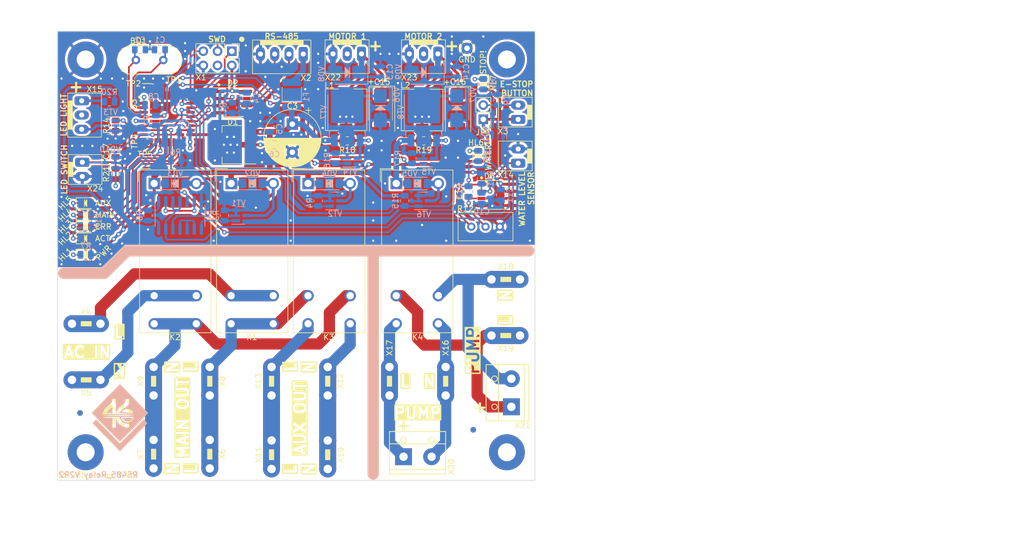
<source format=kicad_pcb>
(kicad_pcb
	(version 20240108)
	(generator "pcbnew")
	(generator_version "8.0")
	(general
		(thickness 1.6)
		(legacy_teardrops no)
	)
	(paper "A4")
	(title_block
		(title "RS485_Relay V2 module")
		(rev "2")
		(company "ООО \"Экросхим\"")
		(comment 1 "Anton Mukhin")
	)
	(layers
		(0 "F.Cu" signal)
		(31 "B.Cu" signal)
		(32 "B.Adhes" user "B.Adhesive")
		(33 "F.Adhes" user "F.Adhesive")
		(34 "B.Paste" user)
		(35 "F.Paste" user)
		(36 "B.SilkS" user "B.Silkscreen")
		(37 "F.SilkS" user "F.Silkscreen")
		(38 "B.Mask" user)
		(39 "F.Mask" user)
		(40 "Dwgs.User" user "User.Drawings")
		(41 "Cmts.User" user "User.Comments")
		(42 "Eco1.User" user "User.Eco1")
		(43 "Eco2.User" user "User.Eco2")
		(44 "Edge.Cuts" user)
		(45 "Margin" user)
		(46 "B.CrtYd" user "B.Courtyard")
		(47 "F.CrtYd" user "F.Courtyard")
		(48 "B.Fab" user)
		(49 "F.Fab" user)
		(50 "User.1" user)
		(51 "User.2" user)
		(52 "User.3" user)
		(53 "User.4" user)
		(54 "User.5" user)
		(55 "User.6" user)
		(56 "User.7" user)
		(57 "User.8" user)
		(58 "User.9" user)
	)
	(setup
		(pad_to_mask_clearance 0)
		(allow_soldermask_bridges_in_footprints no)
		(aux_axis_origin 40 110)
		(grid_origin 40 110)
		(pcbplotparams
			(layerselection 0x00010fc_ffffffff)
			(plot_on_all_layers_selection 0x0000000_00000000)
			(disableapertmacros no)
			(usegerberextensions no)
			(usegerberattributes no)
			(usegerberadvancedattributes no)
			(creategerberjobfile no)
			(dashed_line_dash_ratio 12.000000)
			(dashed_line_gap_ratio 3.000000)
			(svgprecision 4)
			(plotframeref no)
			(viasonmask no)
			(mode 1)
			(useauxorigin yes)
			(hpglpennumber 1)
			(hpglpenspeed 20)
			(hpglpendiameter 15.000000)
			(pdf_front_fp_property_popups yes)
			(pdf_back_fp_property_popups yes)
			(dxfpolygonmode yes)
			(dxfimperialunits yes)
			(dxfusepcbnewfont yes)
			(psnegative no)
			(psa4output no)
			(plotreference yes)
			(plotvalue no)
			(plotfptext yes)
			(plotinvisibletext no)
			(sketchpadsonfab no)
			(subtractmaskfromsilk yes)
			(outputformat 1)
			(mirror no)
			(drillshape 0)
			(scaleselection 1)
			(outputdirectory "gerbers/V2R2/")
		)
	)
	(net 0 "")
	(net 1 "Net-(D3-PF1)")
	(net 2 "Net-(D3-PF0)")
	(net 3 "GND")
	(net 4 "+12V")
	(net 5 "+3V3")
	(net 6 "E_STOP")
	(net 7 "Net-(D5A--)")
	(net 8 "Net-(D5A-+)")
	(net 9 "WATER")
	(net 10 "Net-(VD8-K)")
	(net 11 "Net-(VD9-K)")
	(net 12 "LIGHTS_SW")
	(net 13 "U1_RX")
	(net 14 "TXEN")
	(net 15 "U1_TX")
	(net 16 "Net-(D2-A)")
	(net 17 "Net-(D2-B)")
	(net 18 "RESET")
	(net 19 "Net-(D3-PA2)")
	(net 20 "Net-(D3-PA3)")
	(net 21 "LIGHTS")
	(net 22 "RL_EN")
	(net 23 "LED_AUX")
	(net 24 "LED_MAIN")
	(net 25 "LED_ERR")
	(net 26 "LED_ACT")
	(net 27 "unconnected-(D3-PA12-Pad22)")
	(net 28 "SWDIO")
	(net 29 "SWCLK")
	(net 30 "RL_AUX")
	(net 31 "RL_MAIN_uC")
	(net 32 "MOTOR1")
	(net 33 "MOTOR2")
	(net 34 "Net-(D3-PB6)")
	(net 35 "Net-(D3-PB7)")
	(net 36 "Net-(D4A-B)")
	(net 37 "LED_STOP")
	(net 38 "Net-(D4C-A)")
	(net 39 "RL_MAIN")
	(net 40 "Net-(X2-Pin_1)")
	(net 41 "unconnected-(H1-Pad1)")
	(net 42 "unconnected-(H2-Pad1)")
	(net 43 "unconnected-(H3-Pad1)")
	(net 44 "Net-(HL1-K)")
	(net 45 "Net-(HL2-K)")
	(net 46 "Net-(HL3-K)")
	(net 47 "Net-(HL4-K)")
	(net 48 "Net-(HL5-K)")
	(net 49 "Net-(HL6-K)")
	(net 50 "Net-(HL7-K)")
	(net 51 "/L_IN")
	(net 52 "/L_MAIN")
	(net 53 "Net-(VD2-A)")
	(net 54 "/N_IN")
	(net 55 "/N_MAIN")
	(net 56 "/L_AUX")
	(net 57 "/N_AUX")
	(net 58 "Net-(VD4-A)")
	(net 59 "Net-(X18-Pin_1)")
	(net 60 "Net-(X17-Pin_1)")
	(net 61 "Net-(X19-Pin_1)")
	(net 62 "Net-(X16-Pin_1)")
	(net 63 "Net-(VD5-A)")
	(net 64 "Net-(VD6-K)")
	(net 65 "Net-(VD7-K)")
	(net 66 "Net-(VT4-D)")
	(net 67 "Net-(VT5-D)")
	(net 68 "Net-(X15-Pin_1)")
	(net 69 "Net-(VT3-D)")
	(net 70 "unconnected-(X1-Pin_4-Pad4)")
	(net 71 "unconnected-(X15-Pin_2-Pad2)")
	(net 72 "unconnected-(X22-Pin_2-Pad2)")
	(net 73 "unconnected-(X23-Pin_2-Pad2)")
	(footprint "Package_SO:SOIC-8_3.9x4.9mm_P1.27mm" (layer "F.Cu") (at 71.2 42.599998))
	(footprint "Relay_THT:Relay_SPST_Omron_G2RL-1A-E" (layer "F.Cu") (at 57.2 57.1))
	(footprint "Ecohim:Connector_TAB_6.35mm" (layer "F.Cu") (at 57.1 92.34 90))
	(footprint "Capacitor_SMD:C_0805_2012Metric" (layer "F.Cu") (at 113.175 58.535 90))
	(footprint "LED_SMD:LED_0805_2012Metric" (layer "F.Cu") (at 45.000001 62.7))
	(footprint "Ecohim:TestPoint_Pad_D0.8mm_no_circle" (layer "F.Cu") (at 59.100001 39.6 180))
	(footprint "Ecohim:DS1070-3_WF-3_CONNFLY" (layer "F.Cu") (at 89.034999 34))
	(footprint "LED_SMD:LED_0805_2012Metric" (layer "F.Cu") (at 45 60.600001))
	(footprint "Resistor_SMD:R_0805_2012Metric" (layer "F.Cu") (at 50.3375 55.4 90))
	(footprint "Ecohim:Connector_TAB_6.35mm" (layer "F.Cu") (at 88.1 92.34 90))
	(footprint "LED_SMD:LED_0805_2012Metric" (layer "F.Cu") (at 45.000001 66.9))
	(footprint "Capacitor_SMD:C_0805_2012Metric" (layer "F.Cu") (at 50.3375 51.4 90))
	(footprint "Ecohim:Connector_TAB_6.35mm" (layer "F.Cu") (at 78.1 105.44 90))
	(footprint "Ecohim:TestPoint_Pad_D0.8mm_no_circle" (layer "F.Cu") (at 54.7 49.6 180))
	(footprint "Ecohim:Connector_TAB_6.35mm" (layer "F.Cu") (at 88.1 105.44 90))
	(footprint "Ecohim:Connector_TAB_6.35mm" (layer "F.Cu") (at 67.1 92.34 90))
	(footprint "Ecohim:Connector_TAB_6.35mm" (layer "F.Cu") (at 109.1 92.339999 -90))
	(footprint "Ecohim:TerminalBlock_KLS2-301-5.00-02P" (layer "F.Cu") (at 120.8 94.4 90))
	(footprint "Relay_THT:Relay_DPST_Omron_G2RL-2A" (layer "F.Cu") (at 100.3 57.1))
	(footprint "Ecohim:TestPoint_Pad_D0.8mm_no_circle" (layer "F.Cu") (at 57.8 39.6 180))
	(footprint "Connector_PinHeader_2.54mm:PinHeader_2x03_P2.54mm_Vertical" (layer "F.Cu") (at 71.025 33.525 -90))
	(footprint "MountingHole:MountingHole_3.2mm_M3_Pad" (layer "F.Cu") (at 45 105))
	(footprint "LED_SMD:LED_0805_2012Metric" (layer "F.Cu") (at 45 69.8))
	(footprint "Ecohim:Connector_TAB_6.35mm" (layer "F.Cu") (at 119.8 74.2))
	(footprint "Ecohim:Connector_TAB_6.35mm" (layer "F.Cu") (at 78.1 92.34 90))
	(footprint "Package_TO_SOT_SMD:SOT-223-3_TabPin2" (layer "F.Cu") (at 71.2 50.2 180))
	(footprint "Resistor_SMD:R_0805_2012Metric" (layer "F.Cu") (at 105.2 49.500001 180))
	(footprint "MountingHole:MountingHole_3.2mm_M3_Pad" (layer "F.Cu") (at 120 105))
	(footprint "Resistor_SMD:R_0805_2012Metric" (layer "F.Cu") (at 91.6 49.5 180))
	(footprint "MountingHole:MountingHole_3.2mm_M3_Pad" (layer "F.Cu") (at 45 35))
	(footprint "Ecohim:TestPoint_Pad_D0.8mm_no_circle" (layer "F.Cu") (at 55.5 50.6 180))
	(footprint "Ecohim:TerminalBlock_KLS2-301-5.00-02P" (layer "F.Cu") (at 104.1 105.8))
	(footprint "Ecohim:Connector_TAB_6.35mm" (layer "F.Cu") (at 57.1 105.34 90))
	(footprint "LED_SMD:LED_0805_2012Metric" (layer "F.Cu") (at 115.8 39.4 -90))
	(footprint "Ecohim:Ecohim-logo_10x12mm" (layer "F.Cu") (at 51.1 98.8))
	(footprint "LED_SMD:LED_0805_2012Metric" (layer "F.Cu") (at 45 64.8))
	(footprint "Potentiometer_THT:Potentiometer_Bourns_3296W_Vertical" (layer "F.Cu") (at 113.66 64.8 180))
	(footprint "Ecohim:DS1070-3_WF-3_CONNFLY" (layer "F.Cu") (at 102.635001 34))
	(footprint "TestPoint:TestPoint_THTPad_D2.0mm_Drill1.0mm" (layer "F.Cu") (at 112.9 33 180))
	(footprint "Ecohim:L_7.3x7.3_H4.5" (layer "F.Cu") (at 91.375 43.965 90))
	(footprint "Fiducial:Fiducial_1mm_Mask3mm" (layer "F.Cu") (at 44 98))
	(footprint "Ecohim:Connector_TAB_6.35mm" (layer "F.Cu") (at 99.1 92.34 -90))
	(footprint "Relay_THT:Relay_DPST_Omron_G2RL-2A" (layer "F.Cu") (at 84.6 57.1))
	(footprint "Capacitor_Tantalum_SMD:CP_EIA-7343-31_Kemet-D" (layer "F.Cu") (at 111.3 44.2 -90))
	(footprint "Ecohim:DS1070-2_WF-2_CONNFLY" (layer "F.Cu") (at 122 50.95 -90))
	(footprint "Capacitor_Tantalum_SMD:CP_EIA-7343-31_Kemet-D" (layer "F.Cu") (at 97.775 44.165 -90))
	(footprint "MountingHole:MountingHole_3.2mm_M3_Pad" (layer "F.Cu") (at 120 35))
	(footprint "Ecohim:Connector_TAB_6.35mm" (layer "F.Cu") (at 67.1 105.34 90))
	(footprint "Package_SO:SOP-8_3.9x4.9mm_P1.27mm"
		(layer "F.Cu")
		(uuid "cc664ecd-ff80-46c5-b513-0eae4b8e19f0")
		(at 118.175 59.135)
		(descr "SOP, 8 Pin (http://www.macronix.com/Lists/Datasheet/Attachments/7534/MX25R3235F,%20Wide%20Range,%2032Mb,%20v1.6.pdf#page=79), generated with kicad-footprint-generator ipc_gullwing_generator.py")
		(tags "SOP SO")
		(property "Reference" "D5"
			(at -1.275 -3.335 0)
			(layer "F.SilkS")
			(uuid "7528f148-1ed7-4de0-ae7e-0a38b2fedf16")
			(effects
				(font
					(size 1 1)
					(thickness 0.15)
				)
			)
		)
		(property "Value" "LM393"
			(at 2.825 -0.035 90)
			(layer "F.Fab")
			(uuid "e336a0c8-d2e0-4cc4-8923-b3478b761b67")
			(effects
				(font
					(size 1 1)
					(thickness 0.15)
				)
			)
		)
		(property "Footpr
... [898584 chars truncated]
</source>
